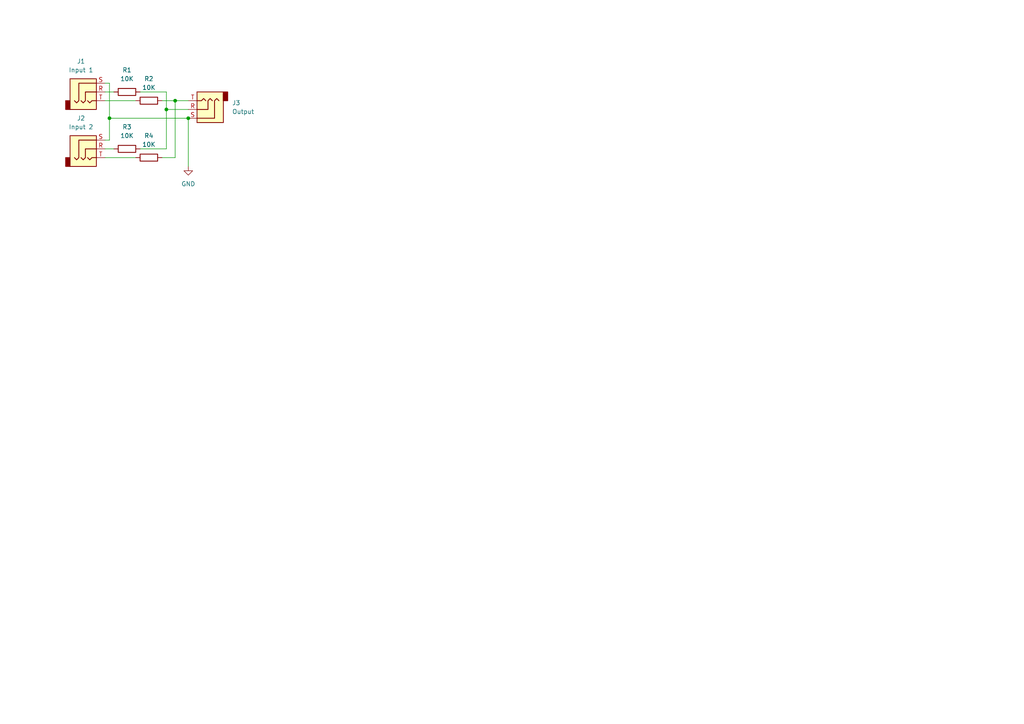
<source format=kicad_sch>
(kicad_sch (version 20211123) (generator eeschema)
  (paper "A4")
  (lib_symbols
    (symbol "Connector:AudioJack3"
      (property "Reference" "J" (at 0 8.89 0))
      (property "Value" "AudioJack3" (at 0 6.35 0))
      (symbol "AudioJack3_0_1"
        (rectangle (start -5.08 -5.08) (end -6.35 -2.54) (stroke (width 0.254)) (fill (type outline)))
        (polyline (pts (xy 0 -2.54) (xy 0.635 -3.175) (xy 1.27 -2.54) (xy 2.54 -2.54)) (stroke (width 0.254)))
        (polyline (pts (xy -1.905 -2.54) (xy -1.27 -3.175) (xy -0.635 -2.54) (xy -0.635 0) (xy 2.54 0)) (stroke (width 0.254)))
        (polyline (pts (xy 2.54 2.54) (xy -2.54 2.54) (xy -2.54 -2.54) (xy -3.175 -3.175) (xy -3.81 -2.54)) (stroke (width 0.254)))
        (rectangle (start 2.54 3.81) (end -5.08 -5.08) (stroke (width 0.254)) (fill (type background)))
      )
      (symbol "AudioJack3_1_1"
        (pin passive line (at 5.08 0 180) (length 2.54) (name "~") (number "R"))
        (pin passive line (at 5.08 2.54 180) (length 2.54) (name "~") (number "S"))
        (pin passive line (at 5.08 -2.54 180) (length 2.54) (name "~") (number "T"))
      )
    )
    (symbol "Device:R" (pin_numbers hide) (pin_names (offset 0))
      (property "Reference" "R" (at 2.032 0 90))
      (property "Value" "R" (at 0 0 90))
      (symbol "R_0_1"
        (rectangle (start -1.016 -2.54) (end 1.016 2.54) (stroke (width 0.254)))
      )
      (symbol "R_1_1"
        (pin passive line (at 0 3.81 270) (length 1.27) (name "~") (number "1"))
        (pin passive line (at 0 -3.81 90) (length 1.27) (name "~") (number "2"))
      )
    )
    (symbol "power:GND" (power) (pin_names (offset 0))
      (property "Value" "GND" (at 0 -3.81 0))
      (symbol "GND_0_1"
        (polyline (pts (xy 0 0) (xy 0 -1.27) (xy 1.27 -1.27) (xy 0 -2.54) (xy -1.27 -1.27) (xy 0 -1.27)))
      )
      (symbol "GND_1_1"
        (pin power_in line (at 0 0 270) (length 0) hide (name "GND") (number "1"))
      )
    )
  )
  (junction (at 31.75 34.29))
  (junction (at 50.8 29.21))
  (junction (at 54.61 34.29))
  (junction (at 48.26 31.75))
  (wire (pts (xy 50.8 29.21) (xy 54.61 29.21)))
  (wire (pts (xy 31.75 34.29) (xy 31.75 40.64)))
  (wire (pts (xy 48.26 26.67) (xy 40.64 26.67)))
  (wire (pts (xy 30.48 43.18) (xy 33.02 43.18)))
  (wire (pts (xy 30.48 29.21) (xy 39.37 29.21)))
  (wire (pts (xy 30.48 26.67) (xy 33.02 26.67)))
  (wire (pts (xy 50.8 29.21) (xy 46.99 29.21)))
  (wire (pts (xy 48.26 31.75) (xy 48.26 43.18)))
  (wire (pts (xy 30.48 45.72) (xy 39.37 45.72)))
  (wire (pts (xy 31.75 34.29) (xy 54.61 34.29)))
  (wire (pts (xy 31.75 40.64) (xy 30.48 40.64)))
  (wire (pts (xy 30.48 24.13) (xy 31.75 24.13)))
  (wire (pts (xy 31.75 24.13) (xy 31.75 34.29)))
  (wire (pts (xy 50.8 29.21) (xy 50.8 45.72)))
  (wire (pts (xy 46.99 45.72) (xy 50.8 45.72)))
  (wire (pts (xy 48.26 26.67) (xy 48.26 31.75)))
  (wire (pts (xy 54.61 34.29) (xy 54.61 48.26)))
  (wire (pts (xy 40.64 43.18) (xy 48.26 43.18)))
  (wire (pts (xy 48.26 31.75) (xy 54.61 31.75)))
  (symbol (lib_id "Device:R") (at 36.83 43.18 90) (unit 1)
    (property "Reference" "R3" (at 36.83 36.83 90))
    (property "Value" "10K" (at 36.83 39.37 90))
    (property "Footprint" "Resistor_THT:R_Axial_DIN0207_L6.3mm_D2.5mm_P7.62mm_Horizontal" (effects hide))
  )
  (symbol (lib_id "Device:R") (at 43.18 29.21 90) (unit 1)
    (property "Reference" "R2" (at 43.18 22.86 90))
    (property "Value" "10K" (at 43.18 25.4 90))
    (property "Footprint" "Resistor_THT:R_Axial_DIN0207_L6.3mm_D2.5mm_P7.62mm_Horizontal" (effects hide))
  )
  (symbol (lib_id "Device:R") (at 36.83 26.67 90) (unit 1)
    (property "Reference" "R1" (at 36.83 20.32 90))
    (property "Value" "10K" (at 36.83 22.86 90))
    (property "Footprint" "Resistor_THT:R_Axial_DIN0207_L6.3mm_D2.5mm_P7.62mm_Horizontal" (effects hide))
  )
  (symbol (lib_id "Connector:AudioJack3") (at 25.4 26.67 0) (unit 1)
    (property "Reference" "J1" (at 23.495 17.78 0))
    (property "Value" "Input 1" (at 23.495 20.32 0))
    (property "Footprint" "Connector_Audio:Jack_3.5mm_CUI_SJ1-3523N_Horizontal" (effects hide))
    (property "Digi-Key" "https://www.digikey.com/en/products/detail/cui-devices/SJ1-3523N/738689" (effects hide))
  )
  (symbol (lib_id "Connector:AudioJack3") (at 59.69 31.75 180) (unit 1)
    (property "Reference" "J3" (at 67.31 29.8449 0) (effects (justify right)))
    (property "Value" "Output" (at 67.31 32.3849 0) (effects (justify right)))
    (property "Footprint" "Connector_Audio:Jack_3.5mm_CUI_SJ1-3523N_Horizontal" (effects hide))
    (property "Digi-Key" "https://www.digikey.com/en/products/detail/cui-devices/SJ1-3523N/738689" (effects hide))
  )
  (symbol (lib_id "power:GND") (at 54.61 48.26 0) (unit 1)
    (property "Reference" "#PWR0101" (effects hide))
    (property "Value" "GND" (at 54.61 53.34 0))
  )
  (symbol (lib_id "Device:R") (at 43.18 45.72 90) (unit 1)
    (property "Reference" "R4" (at 43.18 39.37 90))
    (property "Value" "10K" (at 43.18 41.91 90))
    (property "Footprint" "Resistor_THT:R_Axial_DIN0207_L6.3mm_D2.5mm_P7.62mm_Horizontal" (effects hide))
  )
  (symbol (lib_id "Connector:AudioJack3") (at 25.4 43.18 0) (unit 1)
    (property "Reference" "J2" (at 23.495 34.29 0))
    (property "Value" "Input 2" (at 23.495 36.83 0))
    (property "Footprint" "Connector_Audio:Jack_3.5mm_CUI_SJ1-3523N_Horizontal" (effects hide))
    (property "Digi-Key" "https://www.digikey.com/en/products/detail/cui-devices/SJ1-3523N/738689" (effects hide))
  )
)
</source>
